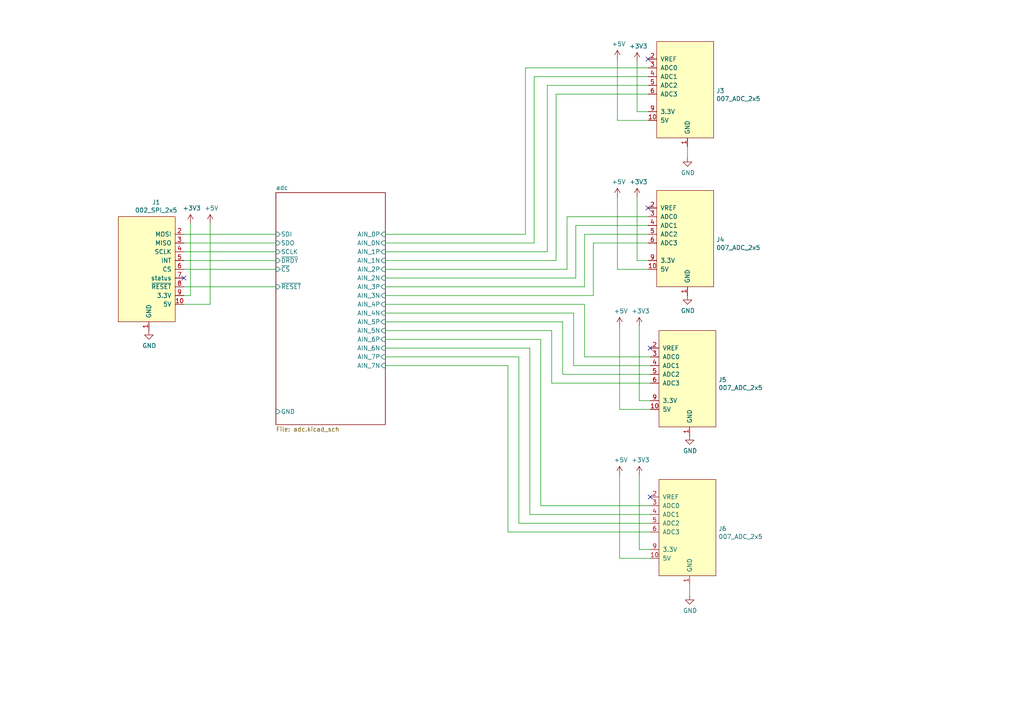
<source format=kicad_sch>
(kicad_sch (version 20211123) (generator eeschema)

  (uuid 71c31975-2c45-4d18-a25a-18e07a55d11e)

  (paper "A4")

  (lib_symbols
    (symbol "007_ADC_1" (pin_names (offset 1.016)) (in_bom yes) (on_board yes)
      (property "Reference" "J" (id 0) (at -2.54 13.97 0)
        (effects (font (size 1.27 1.27)))
      )
      (property "Value" "007_ADC_1" (id 1) (at 8.89 13.97 0)
        (effects (font (size 1.27 1.27)))
      )
      (property "Footprint" "" (id 2) (at 7.62 16.51 0)
        (effects (font (size 1.27 1.27)) hide)
      )
      (property "Datasheet" "" (id 3) (at 7.62 16.51 0)
        (effects (font (size 1.27 1.27)) hide)
      )
      (symbol "007_ADC_1_0_1"
        (rectangle (start -8.89 12.7) (end 7.62 -15.24)
          (stroke (width 0) (type default) (color 0 0 0 0))
          (fill (type background))
        )
      )
      (symbol "007_ADC_1_1_1"
        (pin power_in line (at 0 -17.78 90) (length 2.54)
          (name "GND" (effects (font (size 1.27 1.27))))
          (number "1" (effects (font (size 1.27 1.27))))
        )
        (pin bidirectional line (at -11.43 -10.16 0) (length 2.54)
          (name "5V" (effects (font (size 1.27 1.27))))
          (number "10" (effects (font (size 1.27 1.27))))
        )
        (pin bidirectional line (at -11.43 7.62 0) (length 2.54)
          (name "VREF" (effects (font (size 1.27 1.27))))
          (number "2" (effects (font (size 1.27 1.27))))
        )
        (pin power_in line (at -11.43 5.08 0) (length 2.54)
          (name "ADC0" (effects (font (size 1.27 1.27))))
          (number "3" (effects (font (size 1.27 1.27))))
        )
        (pin bidirectional line (at -11.43 2.54 0) (length 2.54)
          (name "ADC1" (effects (font (size 1.27 1.27))))
          (number "4" (effects (font (size 1.27 1.27))))
        )
        (pin bidirectional line (at -11.43 0 0) (length 2.54)
          (name "ADC2" (effects (font (size 1.27 1.27))))
          (number "5" (effects (font (size 1.27 1.27))))
        )
        (pin bidirectional line (at -11.43 -2.54 0) (length 2.54)
          (name "ADC3" (effects (font (size 1.27 1.27))))
          (number "6" (effects (font (size 1.27 1.27))))
        )
        (pin bidirectional line (at -11.43 -7.62 0) (length 2.54)
          (name "3.3V" (effects (font (size 1.27 1.27))))
          (number "9" (effects (font (size 1.27 1.27))))
        )
      )
    )
    (symbol "007_ADC_2" (pin_names (offset 1.016)) (in_bom yes) (on_board yes)
      (property "Reference" "J" (id 0) (at -2.54 13.97 0)
        (effects (font (size 1.27 1.27)))
      )
      (property "Value" "007_ADC_2" (id 1) (at 8.89 13.97 0)
        (effects (font (size 1.27 1.27)))
      )
      (property "Footprint" "" (id 2) (at 7.62 16.51 0)
        (effects (font (size 1.27 1.27)) hide)
      )
      (property "Datasheet" "" (id 3) (at 7.62 16.51 0)
        (effects (font (size 1.27 1.27)) hide)
      )
      (symbol "007_ADC_2_0_1"
        (rectangle (start -8.89 12.7) (end 7.62 -15.24)
          (stroke (width 0) (type default) (color 0 0 0 0))
          (fill (type background))
        )
      )
      (symbol "007_ADC_2_1_1"
        (pin power_in line (at 0 -17.78 90) (length 2.54)
          (name "GND" (effects (font (size 1.27 1.27))))
          (number "1" (effects (font (size 1.27 1.27))))
        )
        (pin bidirectional line (at -11.43 -10.16 0) (length 2.54)
          (name "5V" (effects (font (size 1.27 1.27))))
          (number "10" (effects (font (size 1.27 1.27))))
        )
        (pin bidirectional line (at -11.43 7.62 0) (length 2.54)
          (name "VREF" (effects (font (size 1.27 1.27))))
          (number "2" (effects (font (size 1.27 1.27))))
        )
        (pin power_in line (at -11.43 5.08 0) (length 2.54)
          (name "ADC0" (effects (font (size 1.27 1.27))))
          (number "3" (effects (font (size 1.27 1.27))))
        )
        (pin bidirectional line (at -11.43 2.54 0) (length 2.54)
          (name "ADC1" (effects (font (size 1.27 1.27))))
          (number "4" (effects (font (size 1.27 1.27))))
        )
        (pin bidirectional line (at -11.43 0 0) (length 2.54)
          (name "ADC2" (effects (font (size 1.27 1.27))))
          (number "5" (effects (font (size 1.27 1.27))))
        )
        (pin bidirectional line (at -11.43 -2.54 0) (length 2.54)
          (name "ADC3" (effects (font (size 1.27 1.27))))
          (number "6" (effects (font (size 1.27 1.27))))
        )
        (pin bidirectional line (at -11.43 -7.62 0) (length 2.54)
          (name "3.3V" (effects (font (size 1.27 1.27))))
          (number "9" (effects (font (size 1.27 1.27))))
        )
      )
    )
    (symbol "007_ADC_3" (pin_names (offset 1.016)) (in_bom yes) (on_board yes)
      (property "Reference" "J" (id 0) (at -2.54 13.97 0)
        (effects (font (size 1.27 1.27)))
      )
      (property "Value" "007_ADC_3" (id 1) (at 8.89 13.97 0)
        (effects (font (size 1.27 1.27)))
      )
      (property "Footprint" "" (id 2) (at 7.62 16.51 0)
        (effects (font (size 1.27 1.27)) hide)
      )
      (property "Datasheet" "" (id 3) (at 7.62 16.51 0)
        (effects (font (size 1.27 1.27)) hide)
      )
      (symbol "007_ADC_3_0_1"
        (rectangle (start -8.89 12.7) (end 7.62 -15.24)
          (stroke (width 0) (type default) (color 0 0 0 0))
          (fill (type background))
        )
      )
      (symbol "007_ADC_3_1_1"
        (pin power_in line (at 0 -17.78 90) (length 2.54)
          (name "GND" (effects (font (size 1.27 1.27))))
          (number "1" (effects (font (size 1.27 1.27))))
        )
        (pin bidirectional line (at -11.43 -10.16 0) (length 2.54)
          (name "5V" (effects (font (size 1.27 1.27))))
          (number "10" (effects (font (size 1.27 1.27))))
        )
        (pin bidirectional line (at -11.43 7.62 0) (length 2.54)
          (name "VREF" (effects (font (size 1.27 1.27))))
          (number "2" (effects (font (size 1.27 1.27))))
        )
        (pin power_in line (at -11.43 5.08 0) (length 2.54)
          (name "ADC0" (effects (font (size 1.27 1.27))))
          (number "3" (effects (font (size 1.27 1.27))))
        )
        (pin bidirectional line (at -11.43 2.54 0) (length 2.54)
          (name "ADC1" (effects (font (size 1.27 1.27))))
          (number "4" (effects (font (size 1.27 1.27))))
        )
        (pin bidirectional line (at -11.43 0 0) (length 2.54)
          (name "ADC2" (effects (font (size 1.27 1.27))))
          (number "5" (effects (font (size 1.27 1.27))))
        )
        (pin bidirectional line (at -11.43 -2.54 0) (length 2.54)
          (name "ADC3" (effects (font (size 1.27 1.27))))
          (number "6" (effects (font (size 1.27 1.27))))
        )
        (pin bidirectional line (at -11.43 -7.62 0) (length 2.54)
          (name "3.3V" (effects (font (size 1.27 1.27))))
          (number "9" (effects (font (size 1.27 1.27))))
        )
      )
    )
    (symbol "power:+3.3V" (power) (pin_names (offset 0)) (in_bom yes) (on_board yes)
      (property "Reference" "#PWR" (id 0) (at 0 -3.81 0)
        (effects (font (size 1.27 1.27)) hide)
      )
      (property "Value" "+3.3V" (id 1) (at 0 3.556 0)
        (effects (font (size 1.27 1.27)))
      )
      (property "Footprint" "" (id 2) (at 0 0 0)
        (effects (font (size 1.27 1.27)) hide)
      )
      (property "Datasheet" "" (id 3) (at 0 0 0)
        (effects (font (size 1.27 1.27)) hide)
      )
      (property "ki_keywords" "power-flag" (id 4) (at 0 0 0)
        (effects (font (size 1.27 1.27)) hide)
      )
      (property "ki_description" "Power symbol creates a global label with name \"+3.3V\"" (id 5) (at 0 0 0)
        (effects (font (size 1.27 1.27)) hide)
      )
      (symbol "+3.3V_0_1"
        (polyline
          (pts
            (xy -0.762 1.27)
            (xy 0 2.54)
          )
          (stroke (width 0) (type default) (color 0 0 0 0))
          (fill (type none))
        )
        (polyline
          (pts
            (xy 0 0)
            (xy 0 2.54)
          )
          (stroke (width 0) (type default) (color 0 0 0 0))
          (fill (type none))
        )
        (polyline
          (pts
            (xy 0 2.54)
            (xy 0.762 1.27)
          )
          (stroke (width 0) (type default) (color 0 0 0 0))
          (fill (type none))
        )
      )
      (symbol "+3.3V_1_1"
        (pin power_in line (at 0 0 90) (length 0) hide
          (name "+3V3" (effects (font (size 1.27 1.27))))
          (number "1" (effects (font (size 1.27 1.27))))
        )
      )
    )
    (symbol "power:+5V" (power) (pin_names (offset 0)) (in_bom yes) (on_board yes)
      (property "Reference" "#PWR" (id 0) (at 0 -3.81 0)
        (effects (font (size 1.27 1.27)) hide)
      )
      (property "Value" "+5V" (id 1) (at 0 3.556 0)
        (effects (font (size 1.27 1.27)))
      )
      (property "Footprint" "" (id 2) (at 0 0 0)
        (effects (font (size 1.27 1.27)) hide)
      )
      (property "Datasheet" "" (id 3) (at 0 0 0)
        (effects (font (size 1.27 1.27)) hide)
      )
      (property "ki_keywords" "power-flag" (id 4) (at 0 0 0)
        (effects (font (size 1.27 1.27)) hide)
      )
      (property "ki_description" "Power symbol creates a global label with name \"+5V\"" (id 5) (at 0 0 0)
        (effects (font (size 1.27 1.27)) hide)
      )
      (symbol "+5V_0_1"
        (polyline
          (pts
            (xy -0.762 1.27)
            (xy 0 2.54)
          )
          (stroke (width 0) (type default) (color 0 0 0 0))
          (fill (type none))
        )
        (polyline
          (pts
            (xy 0 0)
            (xy 0 2.54)
          )
          (stroke (width 0) (type default) (color 0 0 0 0))
          (fill (type none))
        )
        (polyline
          (pts
            (xy 0 2.54)
            (xy 0.762 1.27)
          )
          (stroke (width 0) (type default) (color 0 0 0 0))
          (fill (type none))
        )
      )
      (symbol "+5V_1_1"
        (pin power_in line (at 0 0 90) (length 0) hide
          (name "+5V" (effects (font (size 1.27 1.27))))
          (number "1" (effects (font (size 1.27 1.27))))
        )
      )
    )
    (symbol "power:GND" (power) (pin_names (offset 0)) (in_bom yes) (on_board yes)
      (property "Reference" "#PWR" (id 0) (at 0 -6.35 0)
        (effects (font (size 1.27 1.27)) hide)
      )
      (property "Value" "GND" (id 1) (at 0 -3.81 0)
        (effects (font (size 1.27 1.27)))
      )
      (property "Footprint" "" (id 2) (at 0 0 0)
        (effects (font (size 1.27 1.27)) hide)
      )
      (property "Datasheet" "" (id 3) (at 0 0 0)
        (effects (font (size 1.27 1.27)) hide)
      )
      (property "ki_keywords" "power-flag" (id 4) (at 0 0 0)
        (effects (font (size 1.27 1.27)) hide)
      )
      (property "ki_description" "Power symbol creates a global label with name \"GND\" , ground" (id 5) (at 0 0 0)
        (effects (font (size 1.27 1.27)) hide)
      )
      (symbol "GND_0_1"
        (polyline
          (pts
            (xy 0 0)
            (xy 0 -1.27)
            (xy 1.27 -1.27)
            (xy 0 -2.54)
            (xy -1.27 -1.27)
            (xy 0 -1.27)
          )
          (stroke (width 0) (type default) (color 0 0 0 0))
          (fill (type none))
        )
      )
      (symbol "GND_1_1"
        (pin power_in line (at 0 0 270) (length 0) hide
          (name "GND" (effects (font (size 1.27 1.27))))
          (number "1" (effects (font (size 1.27 1.27))))
        )
      )
    )
    (symbol "put_on_edge:002_SPI" (pin_names (offset 1.016)) (in_bom yes) (on_board yes)
      (property "Reference" "J" (id 0) (at -1.27 13.97 0)
        (effects (font (size 1.27 1.27)))
      )
      (property "Value" "002_SPI" (id 1) (at 10.16 13.97 0)
        (effects (font (size 1.27 1.27)))
      )
      (property "Footprint" "" (id 2) (at 8.89 16.51 0)
        (effects (font (size 1.27 1.27)) hide)
      )
      (property "Datasheet" "" (id 3) (at 8.89 16.51 0)
        (effects (font (size 1.27 1.27)) hide)
      )
      (symbol "002_SPI_0_1"
        (rectangle (start -7.62 12.7) (end 8.89 -17.78)
          (stroke (width 0) (type default) (color 0 0 0 0))
          (fill (type background))
        )
      )
      (symbol "002_SPI_1_1"
        (pin power_in line (at 0 -20.32 90) (length 2.54)
          (name "GND" (effects (font (size 1.27 1.27))))
          (number "1" (effects (font (size 1.27 1.27))))
        )
        (pin power_in line (at -10.16 -12.7 0) (length 2.54)
          (name "5V" (effects (font (size 1.27 1.27))))
          (number "10" (effects (font (size 1.27 1.27))))
        )
        (pin bidirectional line (at -10.16 7.62 0) (length 2.54)
          (name "MOSI" (effects (font (size 1.27 1.27))))
          (number "2" (effects (font (size 1.27 1.27))))
        )
        (pin bidirectional line (at -10.16 5.08 0) (length 2.54)
          (name "MISO" (effects (font (size 1.27 1.27))))
          (number "3" (effects (font (size 1.27 1.27))))
        )
        (pin bidirectional line (at -10.16 2.54 0) (length 2.54)
          (name "SCLK" (effects (font (size 1.27 1.27))))
          (number "4" (effects (font (size 1.27 1.27))))
        )
        (pin bidirectional line (at -10.16 0 0) (length 2.54)
          (name "INT" (effects (font (size 1.27 1.27))))
          (number "5" (effects (font (size 1.27 1.27))))
        )
        (pin bidirectional line (at -10.16 -2.54 0) (length 2.54)
          (name "CS" (effects (font (size 1.27 1.27))))
          (number "6" (effects (font (size 1.27 1.27))))
        )
        (pin bidirectional line (at -10.16 -5.08 0) (length 2.54)
          (name "status" (effects (font (size 1.27 1.27))))
          (number "7" (effects (font (size 1.27 1.27))))
        )
        (pin bidirectional line (at -10.16 -7.62 0) (length 2.54)
          (name "~{RESET}" (effects (font (size 1.27 1.27))))
          (number "8" (effects (font (size 1.27 1.27))))
        )
        (pin power_in line (at -10.16 -10.16 0) (length 2.54)
          (name "3.3V" (effects (font (size 1.27 1.27))))
          (number "9" (effects (font (size 1.27 1.27))))
        )
      )
    )
    (symbol "put_on_edge:007_ADC" (pin_names (offset 1.016)) (in_bom yes) (on_board yes)
      (property "Reference" "J" (id 0) (at -2.54 13.97 0)
        (effects (font (size 1.27 1.27)))
      )
      (property "Value" "007_ADC" (id 1) (at 8.89 13.97 0)
        (effects (font (size 1.27 1.27)))
      )
      (property "Footprint" "" (id 2) (at 7.62 16.51 0)
        (effects (font (size 1.27 1.27)) hide)
      )
      (property "Datasheet" "" (id 3) (at 7.62 16.51 0)
        (effects (font (size 1.27 1.27)) hide)
      )
      (symbol "007_ADC_0_1"
        (rectangle (start -8.89 12.7) (end 7.62 -15.24)
          (stroke (width 0) (type default) (color 0 0 0 0))
          (fill (type background))
        )
      )
      (symbol "007_ADC_1_1"
        (pin power_in line (at 0 -17.78 90) (length 2.54)
          (name "GND" (effects (font (size 1.27 1.27))))
          (number "1" (effects (font (size 1.27 1.27))))
        )
        (pin bidirectional line (at -11.43 -10.16 0) (length 2.54)
          (name "5V" (effects (font (size 1.27 1.27))))
          (number "10" (effects (font (size 1.27 1.27))))
        )
        (pin bidirectional line (at -11.43 7.62 0) (length 2.54)
          (name "VREF" (effects (font (size 1.27 1.27))))
          (number "2" (effects (font (size 1.27 1.27))))
        )
        (pin power_in line (at -11.43 5.08 0) (length 2.54)
          (name "ADC0" (effects (font (size 1.27 1.27))))
          (number "3" (effects (font (size 1.27 1.27))))
        )
        (pin bidirectional line (at -11.43 2.54 0) (length 2.54)
          (name "ADC1" (effects (font (size 1.27 1.27))))
          (number "4" (effects (font (size 1.27 1.27))))
        )
        (pin bidirectional line (at -11.43 0 0) (length 2.54)
          (name "ADC2" (effects (font (size 1.27 1.27))))
          (number "5" (effects (font (size 1.27 1.27))))
        )
        (pin bidirectional line (at -11.43 -2.54 0) (length 2.54)
          (name "ADC3" (effects (font (size 1.27 1.27))))
          (number "6" (effects (font (size 1.27 1.27))))
        )
        (pin bidirectional line (at -11.43 -7.62 0) (length 2.54)
          (name "3.3V" (effects (font (size 1.27 1.27))))
          (number "9" (effects (font (size 1.27 1.27))))
        )
      )
    )
  )


  (no_connect (at 53.34 80.645) (uuid 749dfe75-c0d6-4872-9330-29c5bbcb8ff8))
  (no_connect (at 188.595 144.145) (uuid 7dc880bc-e7eb-4cce-8d8c-0b65a9dd788e))
  (no_connect (at 188.595 100.965) (uuid 7e023245-2c2b-4e2b-bfb9-5d35176e88f2))
  (no_connect (at 187.96 17.145) (uuid 87d7448e-e139-4209-ae0b-372f805267da))
  (no_connect (at 187.96 60.325) (uuid 965308c8-e014-459a-b9db-b8493a601c62))

  (wire (pts (xy 111.76 95.885) (xy 160.02 95.885))
    (stroke (width 0) (type default) (color 0 0 0 0))
    (uuid 009a4fb4-fcc0-4623-ae5d-c1bae3219583)
  )
  (wire (pts (xy 179.705 137.795) (xy 179.705 161.925))
    (stroke (width 0) (type default) (color 0 0 0 0))
    (uuid 08a7c925-7fae-4530-b0c9-120e185cb318)
  )
  (wire (pts (xy 111.76 83.185) (xy 169.545 83.185))
    (stroke (width 0) (type default) (color 0 0 0 0))
    (uuid 0ce8d3ab-2662-4158-8a2a-18b782908fc5)
  )
  (wire (pts (xy 167.005 80.645) (xy 167.005 65.405))
    (stroke (width 0) (type default) (color 0 0 0 0))
    (uuid 0e8f7fc0-2ef2-4b90-9c15-8a3a601ee459)
  )
  (wire (pts (xy 53.34 85.725) (xy 55.245 85.725))
    (stroke (width 0) (type default) (color 0 0 0 0))
    (uuid 0f22151c-f260-4674-b486-4710a2c42a55)
  )
  (wire (pts (xy 185.42 94.615) (xy 185.42 116.205))
    (stroke (width 0) (type default) (color 0 0 0 0))
    (uuid 13c0ff76-ed71-4cd9-abb0-92c376825d5d)
  )
  (wire (pts (xy 179.07 57.15) (xy 179.07 78.105))
    (stroke (width 0) (type default) (color 0 0 0 0))
    (uuid 14769dc5-8525-4984-8b15-a734ee247efa)
  )
  (wire (pts (xy 179.07 17.145) (xy 179.07 34.925))
    (stroke (width 0) (type default) (color 0 0 0 0))
    (uuid 15fe8f3d-6077-4e0e-81d0-8ec3f4538981)
  )
  (wire (pts (xy 111.76 93.345) (xy 163.195 93.345))
    (stroke (width 0) (type default) (color 0 0 0 0))
    (uuid 173f6f06-e7d0-42ac-ab03-ce6b79b9eeee)
  )
  (wire (pts (xy 53.34 88.265) (xy 60.96 88.265))
    (stroke (width 0) (type default) (color 0 0 0 0))
    (uuid 1831fb37-1c5d-42c4-b898-151be6fca9dc)
  )
  (wire (pts (xy 179.07 78.105) (xy 187.96 78.105))
    (stroke (width 0) (type default) (color 0 0 0 0))
    (uuid 19c56563-5fe3-442a-885b-418dbc2421eb)
  )
  (wire (pts (xy 200.025 169.545) (xy 200.025 172.72))
    (stroke (width 0) (type default) (color 0 0 0 0))
    (uuid 1bf544e3-5940-4576-9291-2464e95c0ee2)
  )
  (wire (pts (xy 158.75 24.765) (xy 187.96 24.765))
    (stroke (width 0) (type default) (color 0 0 0 0))
    (uuid 2004ca2e-b5f1-4e5e-91f6-de757d1aa223)
  )
  (wire (pts (xy 154.94 22.225) (xy 187.96 22.225))
    (stroke (width 0) (type default) (color 0 0 0 0))
    (uuid 20c315f4-1e4f-49aa-8d61-778a7389df7e)
  )
  (wire (pts (xy 184.785 57.15) (xy 184.785 75.565))
    (stroke (width 0) (type default) (color 0 0 0 0))
    (uuid 21ae9c3a-7138-444e-be38-56a4842ab594)
  )
  (wire (pts (xy 150.495 103.505) (xy 150.495 151.765))
    (stroke (width 0) (type default) (color 0 0 0 0))
    (uuid 22999e73-da32-43a5-9163-4b3a41614f25)
  )
  (wire (pts (xy 53.34 83.185) (xy 80.01 83.185))
    (stroke (width 0) (type default) (color 0 0 0 0))
    (uuid 25e5aa8e-2696-44a3-8d3c-c2c53f2923cf)
  )
  (wire (pts (xy 172.085 70.485) (xy 187.96 70.485))
    (stroke (width 0) (type default) (color 0 0 0 0))
    (uuid 262533e8-01a2-497f-b951-d91ec9b6affa)
  )
  (wire (pts (xy 156.845 98.425) (xy 156.845 146.685))
    (stroke (width 0) (type default) (color 0 0 0 0))
    (uuid 262f1ea9-0133-4b43-be36-456207ea857c)
  )
  (wire (pts (xy 172.085 85.725) (xy 172.085 70.485))
    (stroke (width 0) (type default) (color 0 0 0 0))
    (uuid 2be5dceb-d91c-4f91-9bde-e677a89d4a60)
  )
  (wire (pts (xy 111.76 85.725) (xy 172.085 85.725))
    (stroke (width 0) (type default) (color 0 0 0 0))
    (uuid 2dc54bac-8640-4dd7-b8ed-3c7acb01a8ea)
  )
  (wire (pts (xy 166.37 106.045) (xy 188.595 106.045))
    (stroke (width 0) (type default) (color 0 0 0 0))
    (uuid 2e842263-c0ba-46fd-a760-6624d4c78278)
  )
  (wire (pts (xy 169.545 88.265) (xy 169.545 103.505))
    (stroke (width 0) (type default) (color 0 0 0 0))
    (uuid 309b3bff-19c8-41ec-a84d-63399c649f46)
  )
  (wire (pts (xy 179.705 94.615) (xy 179.705 118.745))
    (stroke (width 0) (type default) (color 0 0 0 0))
    (uuid 378af8b4-af3d-46e7-89ae-deff12ca9067)
  )
  (wire (pts (xy 111.76 106.045) (xy 147.32 106.045))
    (stroke (width 0) (type default) (color 0 0 0 0))
    (uuid 37f31dec-63fc-4634-a141-5dc5d2b60fe4)
  )
  (wire (pts (xy 164.465 62.865) (xy 187.96 62.865))
    (stroke (width 0) (type default) (color 0 0 0 0))
    (uuid 382ca670-6ae8-4de6-90f9-f241d1337171)
  )
  (wire (pts (xy 169.545 83.185) (xy 169.545 67.945))
    (stroke (width 0) (type default) (color 0 0 0 0))
    (uuid 3df44d49-f5e9-4339-9cef-7757713748ef)
  )
  (wire (pts (xy 188.595 151.765) (xy 150.495 151.765))
    (stroke (width 0) (type default) (color 0 0 0 0))
    (uuid 3ff7dd96-621c-4a88-987a-6befb4074700)
  )
  (wire (pts (xy 147.32 106.045) (xy 147.32 154.305))
    (stroke (width 0) (type default) (color 0 0 0 0))
    (uuid 40b14a16-fb82-4b9d-89dd-55cd98abb5cc)
  )
  (wire (pts (xy 199.39 42.545) (xy 199.39 45.72))
    (stroke (width 0) (type default) (color 0 0 0 0))
    (uuid 41acfe41-fac7-432a-a7a3-946566e2d504)
  )
  (wire (pts (xy 163.195 93.345) (xy 163.195 108.585))
    (stroke (width 0) (type default) (color 0 0 0 0))
    (uuid 4632212f-13ce-4392-bc68-ccb9ba333770)
  )
  (wire (pts (xy 188.595 103.505) (xy 169.545 103.505))
    (stroke (width 0) (type default) (color 0 0 0 0))
    (uuid 4780a290-d25c-4459-9579-eba3f7678762)
  )
  (wire (pts (xy 179.705 161.925) (xy 188.595 161.925))
    (stroke (width 0) (type default) (color 0 0 0 0))
    (uuid 4a4ec8d9-3d72-4952-83d4-808f65849a2b)
  )
  (wire (pts (xy 161.29 75.565) (xy 161.29 27.305))
    (stroke (width 0) (type default) (color 0 0 0 0))
    (uuid 554c1bc3-0ea3-4ae2-8dc8-2839facdc6c8)
  )
  (wire (pts (xy 161.29 27.305) (xy 187.96 27.305))
    (stroke (width 0) (type default) (color 0 0 0 0))
    (uuid 5572515b-b403-42a4-8cca-7cc6857a5cf2)
  )
  (wire (pts (xy 111.76 78.105) (xy 164.465 78.105))
    (stroke (width 0) (type default) (color 0 0 0 0))
    (uuid 5cf2db29-f7ab-499a-9907-cdeba64bf0f3)
  )
  (wire (pts (xy 53.34 70.485) (xy 80.01 70.485))
    (stroke (width 0) (type default) (color 0 0 0 0))
    (uuid 609b9e1b-4e3b-42b7-ac76-a62ec4d0e7c7)
  )
  (wire (pts (xy 80.01 75.565) (xy 53.34 75.565))
    (stroke (width 0) (type default) (color 0 0 0 0))
    (uuid 6bf05d19-ba3e-4ba6-8a6f-4e0bc45ea3b2)
  )
  (wire (pts (xy 150.495 103.505) (xy 111.76 103.505))
    (stroke (width 0) (type default) (color 0 0 0 0))
    (uuid 6e68f0cd-800e-4167-9553-71fc59da1eeb)
  )
  (wire (pts (xy 111.76 75.565) (xy 161.29 75.565))
    (stroke (width 0) (type default) (color 0 0 0 0))
    (uuid 70fb572d-d5ec-41e7-9482-63d4578b4f47)
  )
  (wire (pts (xy 188.595 154.305) (xy 147.32 154.305))
    (stroke (width 0) (type default) (color 0 0 0 0))
    (uuid 748a3187-8cda-4b28-8bf8-16a0acbb0c60)
  )
  (wire (pts (xy 154.94 70.485) (xy 154.94 22.225))
    (stroke (width 0) (type default) (color 0 0 0 0))
    (uuid 7a4ce4b3-518a-4819-b8b2-5127b3347c64)
  )
  (wire (pts (xy 80.01 67.945) (xy 53.34 67.945))
    (stroke (width 0) (type default) (color 0 0 0 0))
    (uuid 7afa54c4-2181-41d3-81f7-39efc497ecae)
  )
  (wire (pts (xy 111.76 73.025) (xy 158.75 73.025))
    (stroke (width 0) (type default) (color 0 0 0 0))
    (uuid 7e0a03ae-d054-4f76-a131-5c09b8dc1636)
  )
  (wire (pts (xy 179.07 34.925) (xy 187.96 34.925))
    (stroke (width 0) (type default) (color 0 0 0 0))
    (uuid 814763c2-92e5-4a2c-941c-9bbd073f6e87)
  )
  (wire (pts (xy 153.67 100.965) (xy 153.67 149.225))
    (stroke (width 0) (type default) (color 0 0 0 0))
    (uuid 81a15393-727e-448b-a777-b18773023d89)
  )
  (wire (pts (xy 184.785 32.385) (xy 187.96 32.385))
    (stroke (width 0) (type default) (color 0 0 0 0))
    (uuid 82be7aae-5d06-4178-8c3e-98760c41b054)
  )
  (wire (pts (xy 60.96 64.77) (xy 60.96 88.265))
    (stroke (width 0) (type default) (color 0 0 0 0))
    (uuid 87371631-aa02-498a-998a-09bdb74784c1)
  )
  (wire (pts (xy 188.595 146.685) (xy 156.845 146.685))
    (stroke (width 0) (type default) (color 0 0 0 0))
    (uuid 8814c6a6-892f-4e5a-8bae-739513a47866)
  )
  (wire (pts (xy 166.37 90.805) (xy 166.37 106.045))
    (stroke (width 0) (type default) (color 0 0 0 0))
    (uuid 8c0807a7-765b-4fa5-baaa-e09a2b610e6b)
  )
  (wire (pts (xy 111.76 100.965) (xy 153.67 100.965))
    (stroke (width 0) (type default) (color 0 0 0 0))
    (uuid 91c1eb0a-67ae-4ef0-95ce-d060a03a7313)
  )
  (wire (pts (xy 188.595 149.225) (xy 153.67 149.225))
    (stroke (width 0) (type default) (color 0 0 0 0))
    (uuid 9372d45d-6185-44b6-837f-31f346092cf3)
  )
  (wire (pts (xy 163.195 108.585) (xy 188.595 108.585))
    (stroke (width 0) (type default) (color 0 0 0 0))
    (uuid 97492417-11a4-43a2-a17d-2a377e9cd41d)
  )
  (wire (pts (xy 160.02 111.125) (xy 188.595 111.125))
    (stroke (width 0) (type default) (color 0 0 0 0))
    (uuid 9c782d89-cac4-4860-9f43-3f7b7cd6027c)
  )
  (wire (pts (xy 179.705 118.745) (xy 188.595 118.745))
    (stroke (width 0) (type default) (color 0 0 0 0))
    (uuid a27eb049-c992-4f11-a026-1e6a8d9d0160)
  )
  (wire (pts (xy 152.4 19.685) (xy 187.96 19.685))
    (stroke (width 0) (type default) (color 0 0 0 0))
    (uuid a6b7df29-bcf8-46a9-b623-7eaac47f5110)
  )
  (wire (pts (xy 111.76 70.485) (xy 154.94 70.485))
    (stroke (width 0) (type default) (color 0 0 0 0))
    (uuid a9b3f6e4-7a6d-4ae8-ad28-3d8458e0ca1a)
  )
  (wire (pts (xy 167.005 65.405) (xy 187.96 65.405))
    (stroke (width 0) (type default) (color 0 0 0 0))
    (uuid b0906e10-2fbc-4309-a8b4-6fc4cd1a5490)
  )
  (wire (pts (xy 53.34 78.105) (xy 80.01 78.105))
    (stroke (width 0) (type default) (color 0 0 0 0))
    (uuid b7867831-ef82-4f33-a926-59e5c1c09b91)
  )
  (wire (pts (xy 111.76 88.265) (xy 169.545 88.265))
    (stroke (width 0) (type default) (color 0 0 0 0))
    (uuid bd9595a1-04f3-4fda-8f1b-e65ad874edd3)
  )
  (wire (pts (xy 156.845 98.425) (xy 111.76 98.425))
    (stroke (width 0) (type default) (color 0 0 0 0))
    (uuid c1c799a0-3c93-493a-9ad7-8a0561bc69ee)
  )
  (wire (pts (xy 184.785 75.565) (xy 187.96 75.565))
    (stroke (width 0) (type default) (color 0 0 0 0))
    (uuid c7e7067c-5f5e-48d8-ab59-df26f9b35863)
  )
  (wire (pts (xy 185.42 137.795) (xy 185.42 159.385))
    (stroke (width 0) (type default) (color 0 0 0 0))
    (uuid cbd8faed-e1f8-4406-87c8-58b2c504a5d4)
  )
  (wire (pts (xy 111.76 90.805) (xy 166.37 90.805))
    (stroke (width 0) (type default) (color 0 0 0 0))
    (uuid cf386a39-fc62-49dd-8ec5-e044f6bd67ce)
  )
  (wire (pts (xy 158.75 73.025) (xy 158.75 24.765))
    (stroke (width 0) (type default) (color 0 0 0 0))
    (uuid d5ee60c2-2bbe-430c-bd8c-cb03c0fabacd)
  )
  (wire (pts (xy 152.4 67.945) (xy 152.4 19.685))
    (stroke (width 0) (type default) (color 0 0 0 0))
    (uuid d9c6d5d2-0b49-49ba-a970-cd2c32f74c54)
  )
  (wire (pts (xy 111.76 67.945) (xy 152.4 67.945))
    (stroke (width 0) (type default) (color 0 0 0 0))
    (uuid e1535036-5d36-405f-bb86-3819621c4f23)
  )
  (wire (pts (xy 169.545 67.945) (xy 187.96 67.945))
    (stroke (width 0) (type default) (color 0 0 0 0))
    (uuid e2ef38cd-830a-443b-82f8-93bf6b475a10)
  )
  (wire (pts (xy 80.01 73.025) (xy 53.34 73.025))
    (stroke (width 0) (type default) (color 0 0 0 0))
    (uuid e54e5e19-1deb-49a9-8629-617db8e434c0)
  )
  (wire (pts (xy 184.785 17.78) (xy 184.785 32.385))
    (stroke (width 0) (type default) (color 0 0 0 0))
    (uuid e65b62be-e01b-4688-a999-1d1be370c4ae)
  )
  (wire (pts (xy 111.76 80.645) (xy 167.005 80.645))
    (stroke (width 0) (type default) (color 0 0 0 0))
    (uuid eae0ab9f-65b2-44d3-aba7-873c3227fba7)
  )
  (wire (pts (xy 185.42 159.385) (xy 188.595 159.385))
    (stroke (width 0) (type default) (color 0 0 0 0))
    (uuid f2c93195-af12-4d3e-acdf-bdd0ff675c24)
  )
  (wire (pts (xy 55.245 85.725) (xy 55.245 64.77))
    (stroke (width 0) (type default) (color 0 0 0 0))
    (uuid fe8d9267-7834-48d6-a191-c8724b2ee78d)
  )
  (wire (pts (xy 164.465 78.105) (xy 164.465 62.865))
    (stroke (width 0) (type default) (color 0 0 0 0))
    (uuid feb26ecb-9193-46ea-a41b-d09305bf0a3e)
  )
  (wire (pts (xy 160.02 111.125) (xy 160.02 95.885))
    (stroke (width 0) (type default) (color 0 0 0 0))
    (uuid ff7fe37e-fcb9-40c5-85f0-dfe0cdc0b7ef)
  )
  (wire (pts (xy 185.42 116.205) (xy 188.595 116.205))
    (stroke (width 0) (type default) (color 0 0 0 0))
    (uuid ffd175d1-912a-4224-be1e-a8198680f46b)
  )

  (symbol (lib_id "put_on_edge:002_SPI") (at 43.18 75.565 0) (mirror y) (unit 1)
    (in_bom yes) (on_board yes)
    (uuid 00000000-0000-0000-0000-00006033e642)
    (property "Reference" "J1" (id 0) (at 45.2882 58.674 0))
    (property "Value" "002_SPI_2x5" (id 1) (at 45.2882 60.9854 0))
    (property "Footprint" "on_edge:on_edge_2x05_device" (id 2) (at 35.56 59.055 0)
      (effects (font (size 1.27 1.27)) hide)
    )
    (property "Datasheet" "" (id 3) (at 35.56 59.055 0)
      (effects (font (size 1.27 1.27)) hide)
    )
    (pin "1" (uuid 7931e14d-0f8a-48dd-af81-a81fc33ba14f))
    (pin "10" (uuid 6b8d8796-1d93-4e72-95b3-0f9d0c445516))
    (pin "2" (uuid c31973ca-eb40-463b-8989-2eb6cc34d55e))
    (pin "3" (uuid 08d407f1-c83b-4194-844f-657b3f825472))
    (pin "4" (uuid a3b2628b-0a49-4505-aab9-3578401a32e8))
    (pin "5" (uuid c7ea0ab0-3d2d-4f22-9f3f-d72a32830583))
    (pin "6" (uuid bbe04b4a-dd0d-468c-a9c6-e59063d79efb))
    (pin "7" (uuid 1d3d8e66-ef08-4709-96dd-791c654c3b96))
    (pin "8" (uuid c0845bd9-22c7-43b4-932c-417a801bd84f))
    (pin "9" (uuid ef432a62-c6c5-47d6-9b94-ba37042e0f7e))
  )

  (symbol (lib_id "power:+5V") (at 60.96 64.77 0) (unit 1)
    (in_bom yes) (on_board yes)
    (uuid 00000000-0000-0000-0000-000060344b94)
    (property "Reference" "#PWR0101" (id 0) (at 60.96 68.58 0)
      (effects (font (size 1.27 1.27)) hide)
    )
    (property "Value" "+5V" (id 1) (at 61.341 60.3758 0))
    (property "Footprint" "" (id 2) (at 60.96 64.77 0)
      (effects (font (size 1.27 1.27)) hide)
    )
    (property "Datasheet" "" (id 3) (at 60.96 64.77 0)
      (effects (font (size 1.27 1.27)) hide)
    )
    (pin "1" (uuid bef92831-e34d-407c-9216-924054fb90fd))
  )

  (symbol (lib_id "power:GND") (at 43.18 95.885 0) (unit 1)
    (in_bom yes) (on_board yes)
    (uuid 00000000-0000-0000-0000-00006034628a)
    (property "Reference" "#PWR0103" (id 0) (at 43.18 102.235 0)
      (effects (font (size 1.27 1.27)) hide)
    )
    (property "Value" "GND" (id 1) (at 43.307 100.2792 0))
    (property "Footprint" "" (id 2) (at 43.18 95.885 0)
      (effects (font (size 1.27 1.27)) hide)
    )
    (property "Datasheet" "" (id 3) (at 43.18 95.885 0)
      (effects (font (size 1.27 1.27)) hide)
    )
    (pin "1" (uuid d9a67ef6-2743-4b61-9ba1-307cb1b078b1))
  )

  (symbol (lib_id "power:+3.3V") (at 55.245 64.77 0) (unit 1)
    (in_bom yes) (on_board yes)
    (uuid 00000000-0000-0000-0000-00006034d46a)
    (property "Reference" "#PWR0114" (id 0) (at 55.245 68.58 0)
      (effects (font (size 1.27 1.27)) hide)
    )
    (property "Value" "+3.3V" (id 1) (at 55.626 60.3758 0))
    (property "Footprint" "" (id 2) (at 55.245 64.77 0)
      (effects (font (size 1.27 1.27)) hide)
    )
    (property "Datasheet" "" (id 3) (at 55.245 64.77 0)
      (effects (font (size 1.27 1.27)) hide)
    )
    (pin "1" (uuid af24dc04-a015-475f-8375-9ed80026f65a))
  )

  (symbol (lib_id "power:GND") (at 200.025 172.72 0) (unit 1)
    (in_bom yes) (on_board yes)
    (uuid 00000000-0000-0000-0000-0000609923bf)
    (property "Reference" "#PWR0119" (id 0) (at 200.025 179.07 0)
      (effects (font (size 1.27 1.27)) hide)
    )
    (property "Value" "GND" (id 1) (at 200.152 177.1142 0))
    (property "Footprint" "" (id 2) (at 200.025 172.72 0)
      (effects (font (size 1.27 1.27)) hide)
    )
    (property "Datasheet" "" (id 3) (at 200.025 172.72 0)
      (effects (font (size 1.27 1.27)) hide)
    )
    (pin "1" (uuid e3c9529e-be6d-434c-8c6a-20936d2acf17))
  )

  (symbol (lib_name "007_ADC_1") (lib_id "put_on_edge:007_ADC") (at 200.025 151.765 0) (unit 1)
    (in_bom yes) (on_board yes)
    (uuid 00000000-0000-0000-0000-0000609923c6)
    (property "Reference" "J6" (id 0) (at 208.3562 153.3398 0)
      (effects (font (size 1.27 1.27)) (justify left))
    )
    (property "Value" "007_ADC_2x5" (id 1) (at 208.3562 155.6512 0)
      (effects (font (size 1.27 1.27)) (justify left))
    )
    (property "Footprint" "on_edge:on_edge_2x05_host" (id 2) (at 207.645 135.255 0)
      (effects (font (size 1.27 1.27)) hide)
    )
    (property "Datasheet" "" (id 3) (at 207.645 135.255 0)
      (effects (font (size 1.27 1.27)) hide)
    )
    (pin "1" (uuid 1dd52c0d-fca4-40e3-a66e-63a630188b65))
    (pin "10" (uuid 9dc32a67-05ab-4884-800f-8838879e9e2e))
    (pin "2" (uuid 86174a0c-a5c5-4fe8-938e-6977ec3c9ae0))
    (pin "3" (uuid cb220892-4b2a-4d01-b1ad-c0ba13ac65eb))
    (pin "4" (uuid 4f106ff8-2030-4763-94ba-b1802af46823))
    (pin "5" (uuid 1b52a85f-b15f-4c4d-ab80-4ac1d5208a46))
    (pin "6" (uuid 4bff636d-052c-438c-8f4e-729ee9ca63d5))
    (pin "9" (uuid 21139fd5-2600-4f3b-8ffa-de1972f9dc50))
  )

  (symbol (lib_id "power:+5V") (at 179.705 137.795 0) (unit 1)
    (in_bom yes) (on_board yes)
    (uuid 00000000-0000-0000-0000-0000609923ce)
    (property "Reference" "#PWR0120" (id 0) (at 179.705 141.605 0)
      (effects (font (size 1.27 1.27)) hide)
    )
    (property "Value" "+5V" (id 1) (at 180.086 133.4008 0))
    (property "Footprint" "" (id 2) (at 179.705 137.795 0)
      (effects (font (size 1.27 1.27)) hide)
    )
    (property "Datasheet" "" (id 3) (at 179.705 137.795 0)
      (effects (font (size 1.27 1.27)) hide)
    )
    (pin "1" (uuid c041a134-20b2-4eac-be88-62b3ffe12216))
  )

  (symbol (lib_id "power:+3.3V") (at 185.42 137.795 0) (unit 1)
    (in_bom yes) (on_board yes)
    (uuid 00000000-0000-0000-0000-0000609923d4)
    (property "Reference" "#PWR0121" (id 0) (at 185.42 141.605 0)
      (effects (font (size 1.27 1.27)) hide)
    )
    (property "Value" "+3.3V" (id 1) (at 185.801 133.4008 0))
    (property "Footprint" "" (id 2) (at 185.42 137.795 0)
      (effects (font (size 1.27 1.27)) hide)
    )
    (property "Datasheet" "" (id 3) (at 185.42 137.795 0)
      (effects (font (size 1.27 1.27)) hide)
    )
    (pin "1" (uuid ff4b78e8-3faf-4eb9-9fe0-21700ddb7f5a))
  )

  (symbol (lib_id "power:GND") (at 200.025 126.365 0) (unit 1)
    (in_bom yes) (on_board yes)
    (uuid 00000000-0000-0000-0000-000060997240)
    (property "Reference" "#PWR0125" (id 0) (at 200.025 132.715 0)
      (effects (font (size 1.27 1.27)) hide)
    )
    (property "Value" "GND" (id 1) (at 200.152 130.7592 0))
    (property "Footprint" "" (id 2) (at 200.025 126.365 0)
      (effects (font (size 1.27 1.27)) hide)
    )
    (property "Datasheet" "" (id 3) (at 200.025 126.365 0)
      (effects (font (size 1.27 1.27)) hide)
    )
    (pin "1" (uuid 7109bfe0-a86f-4bf2-a941-9ad86f3a1b63))
  )

  (symbol (lib_name "007_ADC_2") (lib_id "put_on_edge:007_ADC") (at 200.025 108.585 0) (unit 1)
    (in_bom yes) (on_board yes)
    (uuid 00000000-0000-0000-0000-000060997247)
    (property "Reference" "J5" (id 0) (at 208.3562 110.1598 0)
      (effects (font (size 1.27 1.27)) (justify left))
    )
    (property "Value" "007_ADC_2x5" (id 1) (at 208.3562 112.4712 0)
      (effects (font (size 1.27 1.27)) (justify left))
    )
    (property "Footprint" "on_edge:on_edge_2x05_host" (id 2) (at 207.645 92.075 0)
      (effects (font (size 1.27 1.27)) hide)
    )
    (property "Datasheet" "" (id 3) (at 207.645 92.075 0)
      (effects (font (size 1.27 1.27)) hide)
    )
    (pin "1" (uuid c095e791-9e01-48ed-86f7-c480444cf93e))
    (pin "10" (uuid 2ff51a0d-852e-4b39-aded-aee9673009de))
    (pin "2" (uuid a4e22a47-8081-427b-a284-fdb057c6b905))
    (pin "3" (uuid c0aaa70c-2395-4a81-b073-0153c71920cd))
    (pin "4" (uuid d2f04405-65c1-4258-934f-0b1cdd01c737))
    (pin "5" (uuid 88eef936-1f0f-4edd-ae08-0bed3ac43967))
    (pin "6" (uuid 1b09e8af-b104-4bf4-88b1-ae5d3b5fbb54))
    (pin "9" (uuid daaa47fe-ebee-44b4-a9fc-7610998e5ed1))
  )

  (symbol (lib_id "power:+5V") (at 179.705 94.615 0) (unit 1)
    (in_bom yes) (on_board yes)
    (uuid 00000000-0000-0000-0000-00006099724f)
    (property "Reference" "#PWR0126" (id 0) (at 179.705 98.425 0)
      (effects (font (size 1.27 1.27)) hide)
    )
    (property "Value" "+5V" (id 1) (at 180.086 90.2208 0))
    (property "Footprint" "" (id 2) (at 179.705 94.615 0)
      (effects (font (size 1.27 1.27)) hide)
    )
    (property "Datasheet" "" (id 3) (at 179.705 94.615 0)
      (effects (font (size 1.27 1.27)) hide)
    )
    (pin "1" (uuid f1412478-1a32-49f8-84a1-b9b263169575))
  )

  (symbol (lib_id "power:+3.3V") (at 185.42 94.615 0) (unit 1)
    (in_bom yes) (on_board yes)
    (uuid 00000000-0000-0000-0000-000060997255)
    (property "Reference" "#PWR0127" (id 0) (at 185.42 98.425 0)
      (effects (font (size 1.27 1.27)) hide)
    )
    (property "Value" "+3.3V" (id 1) (at 185.801 90.2208 0))
    (property "Footprint" "" (id 2) (at 185.42 94.615 0)
      (effects (font (size 1.27 1.27)) hide)
    )
    (property "Datasheet" "" (id 3) (at 185.42 94.615 0)
      (effects (font (size 1.27 1.27)) hide)
    )
    (pin "1" (uuid 40dd7085-da12-41b9-b892-bfa7bf4f1386))
  )

  (symbol (lib_id "power:GND") (at 199.39 85.725 0) (unit 1)
    (in_bom yes) (on_board yes)
    (uuid 00000000-0000-0000-0000-0000609aad6a)
    (property "Reference" "#PWR0131" (id 0) (at 199.39 92.075 0)
      (effects (font (size 1.27 1.27)) hide)
    )
    (property "Value" "GND" (id 1) (at 199.517 90.1192 0))
    (property "Footprint" "" (id 2) (at 199.39 85.725 0)
      (effects (font (size 1.27 1.27)) hide)
    )
    (property "Datasheet" "" (id 3) (at 199.39 85.725 0)
      (effects (font (size 1.27 1.27)) hide)
    )
    (pin "1" (uuid 9d9006b1-c0da-4488-b6c4-3bf750600acd))
  )

  (symbol (lib_id "put_on_edge:007_ADC") (at 199.39 67.945 0) (unit 1)
    (in_bom yes) (on_board yes)
    (uuid 00000000-0000-0000-0000-0000609aad71)
    (property "Reference" "J4" (id 0) (at 207.7212 69.5198 0)
      (effects (font (size 1.27 1.27)) (justify left))
    )
    (property "Value" "007_ADC_2x5" (id 1) (at 207.7212 71.8312 0)
      (effects (font (size 1.27 1.27)) (justify left))
    )
    (property "Footprint" "on_edge:on_edge_2x05_host" (id 2) (at 207.01 51.435 0)
      (effects (font (size 1.27 1.27)) hide)
    )
    (property "Datasheet" "" (id 3) (at 207.01 51.435 0)
      (effects (font (size 1.27 1.27)) hide)
    )
    (pin "1" (uuid 707f604a-7f3f-405f-8b89-2e17dbf94ec1))
    (pin "10" (uuid 68ba3686-54f3-42b1-847b-d7576a207bac))
    (pin "2" (uuid 17a37dc2-1fc7-4198-bc2d-40147f9021f4))
    (pin "3" (uuid f2eeb289-74f8-46da-801f-0aafb6af9995))
    (pin "4" (uuid 2251a3c2-fb48-4ef6-9776-e36c07a3aa92))
    (pin "5" (uuid b287663f-61be-4819-9523-1331a964301e))
    (pin "6" (uuid 4f02a351-9568-48f2-b04f-076667160b2f))
    (pin "9" (uuid 95f28955-d4ce-4605-8aac-5b414b25ef4e))
  )

  (symbol (lib_id "power:+5V") (at 179.07 57.15 0) (unit 1)
    (in_bom yes) (on_board yes)
    (uuid 00000000-0000-0000-0000-0000609aad79)
    (property "Reference" "#PWR0132" (id 0) (at 179.07 60.96 0)
      (effects (font (size 1.27 1.27)) hide)
    )
    (property "Value" "+5V" (id 1) (at 179.451 52.7558 0))
    (property "Footprint" "" (id 2) (at 179.07 57.15 0)
      (effects (font (size 1.27 1.27)) hide)
    )
    (property "Datasheet" "" (id 3) (at 179.07 57.15 0)
      (effects (font (size 1.27 1.27)) hide)
    )
    (pin "1" (uuid 6c347053-8fc9-4fd0-999a-80cd1d05ea04))
  )

  (symbol (lib_id "power:+3.3V") (at 184.785 57.15 0) (unit 1)
    (in_bom yes) (on_board yes)
    (uuid 00000000-0000-0000-0000-0000609aad7f)
    (property "Reference" "#PWR0133" (id 0) (at 184.785 60.96 0)
      (effects (font (size 1.27 1.27)) hide)
    )
    (property "Value" "+3.3V" (id 1) (at 185.166 52.7558 0))
    (property "Footprint" "" (id 2) (at 184.785 57.15 0)
      (effects (font (size 1.27 1.27)) hide)
    )
    (property "Datasheet" "" (id 3) (at 184.785 57.15 0)
      (effects (font (size 1.27 1.27)) hide)
    )
    (pin "1" (uuid 72e72cc1-10bf-4bad-8b18-04e994c8c31d))
  )

  (symbol (lib_id "power:GND") (at 199.39 45.72 0) (unit 1)
    (in_bom yes) (on_board yes)
    (uuid 00000000-0000-0000-0000-0000609aadae)
    (property "Reference" "#PWR0137" (id 0) (at 199.39 52.07 0)
      (effects (font (size 1.27 1.27)) hide)
    )
    (property "Value" "GND" (id 1) (at 199.517 50.1142 0))
    (property "Footprint" "" (id 2) (at 199.39 45.72 0)
      (effects (font (size 1.27 1.27)) hide)
    )
    (property "Datasheet" "" (id 3) (at 199.39 45.72 0)
      (effects (font (size 1.27 1.27)) hide)
    )
    (pin "1" (uuid ab444bc9-d57b-4747-8ef6-d78764df7a8c))
  )

  (symbol (lib_name "007_ADC_3") (lib_id "put_on_edge:007_ADC") (at 199.39 24.765 0) (unit 1)
    (in_bom yes) (on_board yes)
    (uuid 00000000-0000-0000-0000-0000609aadb5)
    (property "Reference" "J3" (id 0) (at 207.7212 26.3398 0)
      (effects (font (size 1.27 1.27)) (justify left))
    )
    (property "Value" "007_ADC_2x5" (id 1) (at 207.7212 28.6512 0)
      (effects (font (size 1.27 1.27)) (justify left))
    )
    (property "Footprint" "on_edge:on_edge_2x05_host" (id 2) (at 207.01 8.255 0)
      (effects (font (size 1.27 1.27)) hide)
    )
    (property "Datasheet" "" (id 3) (at 207.01 8.255 0)
      (effects (font (size 1.27 1.27)) hide)
    )
    (pin "1" (uuid c4678e39-e1a9-45fc-9463-d6869a29299c))
    (pin "10" (uuid d18072ae-a6b9-42ce-92b3-84be73cac9ee))
    (pin "2" (uuid 742a7ad1-ff35-45ea-8556-9feb2169b805))
    (pin "3" (uuid 3c0ba1db-bd1b-4aef-8d74-7186055f3568))
    (pin "4" (uuid fa04002d-f93d-4686-9017-aa8b66517b3c))
    (pin "5" (uuid c3e3f1e4-4d2e-4d26-ab3a-b98c4351cdcf))
    (pin "6" (uuid 5b50da50-2a1a-453e-b6c3-1b9172e34b6c))
    (pin "9" (uuid 34dc387e-dac9-4a41-9e18-d239c9fa5452))
  )

  (symbol (lib_id "power:+5V") (at 179.07 17.145 0) (unit 1)
    (in_bom yes) (on_board yes)
    (uuid 00000000-0000-0000-0000-0000609aadbd)
    (property "Reference" "#PWR0138" (id 0) (at 179.07 20.955 0)
      (effects (font (size 1.27 1.27)) hide)
    )
    (property "Value" "+5V" (id 1) (at 179.451 12.7508 0))
    (property "Footprint" "" (id 2) (at 179.07 17.145 0)
      (effects (font (size 1.27 1.27)) hide)
    )
    (property "Datasheet" "" (id 3) (at 179.07 17.145 0)
      (effects (font (size 1.27 1.27)) hide)
    )
    (pin "1" (uuid 8af952e5-4f7c-4af5-a126-40d2603f89f9))
  )

  (symbol (lib_id "power:+3.3V") (at 184.785 17.78 0) (unit 1)
    (in_bom yes) (on_board yes)
    (uuid 00000000-0000-0000-0000-0000609aadc3)
    (property "Reference" "#PWR0139" (id 0) (at 184.785 21.59 0)
      (effects (font (size 1.27 1.27)) hide)
    )
    (property "Value" "+3.3V" (id 1) (at 185.166 13.3858 0))
    (property "Footprint" "" (id 2) (at 184.785 17.78 0)
      (effects (font (size 1.27 1.27)) hide)
    )
    (property "Datasheet" "" (id 3) (at 184.785 17.78 0)
      (effects (font (size 1.27 1.27)) hide)
    )
    (pin "1" (uuid daa13f1b-36b7-4a22-8f52-39fbec364b66))
  )

  (sheet (at 80.01 55.88) (size 31.75 67.31) (fields_autoplaced)
    (stroke (width 0) (type solid) (color 0 0 0 0))
    (fill (color 0 0 0 0.0000))
    (uuid 00000000-0000-0000-0000-000060d005c4)
    (property "Sheet name" "adc" (id 0) (at 80.01 55.1684 0)
      (effects (font (size 1.27 1.27)) (justify left bottom))
    )
    (property "Sheet file" "adc.kicad_sch" (id 1) (at 80.01 123.7746 0)
      (effects (font (size 1.27 1.27)) (justify left top))
    )
    (pin "SDO" input (at 80.01 70.485 180)
      (effects (font (size 1.27 1.27)) (justify left))
      (uuid 592f25e6-a01b-47fd-8172-3da01117d00a)
    )
    (pin "SDI" input (at 80.01 67.945 180)
      (effects (font (size 1.27 1.27)) (justify left))
      (uuid cb614b23-9af3-4aec-bed8-c1374e001510)
    )
    (pin "SCLK" input (at 80.01 73.025 180)
      (effects (font (size 1.27 1.27)) (justify left))
      (uuid 20cca02e-4c4d-4961-b6b4-b40a1731b220)
    )
    (pin "~{CS}" input (at 80.01 78.105 180)
      (effects (font (size 1.27 1.27)) (justify left))
      (uuid 5487601b-81d3-4c70-8f3d-cf9df9c63302)
    )
    (pin "~{DRDY}" input (at 80.01 75.565 180)
      (effects (font (size 1.27 1.27)) (justify left))
      (uuid a29f8df0-3fae-4edf-8d9c-bd5a875b13e3)
    )
    (pin "GND" input (at 80.01 119.38 180)
      (effects (font (size 1.27 1.27)) (justify left))
      (uuid e3fc1e69-a11c-4c84-8952-fefb9372474e)
    )
    (pin "AIN_0P" input (at 111.76 67.945 0)
      (effects (font (size 1.27 1.27)) (justify right))
      (uuid 597a11f2-5d2c-4a65-ac95-38ad106e1367)
    )
    (pin "AIN_0N" input (at 111.76 70.485 0)
      (effects (font (size 1.27 1.27)) (justify right))
      (uuid 926001fd-2747-4639-8c0f-4fc46ff7218d)
    )
    (pin "AIN_1P" input (at 111.76 73.025 0)
      (effects (font (size 1.27 1.27)) (justify right))
      (uuid 59ec3156-036e-4049-89db-91a9dd07095f)
    )
    (pin "AIN_1N" input (at 111.76 75.565 0)
      (effects (font (size 1.27 1.27)) (justify right))
      (uuid d39d813e-3e64-490c-ba5c-a64bb5ad6bd0)
    )
    (pin "AIN_2P" input (at 111.76 78.105 0)
      (effects (font (size 1.27 1.27)) (justify right))
      (uuid 6a2b20ae-096c-4d9f-92f8-2087c865914f)
    )
    (pin "AIN_2N" input (at 111.76 80.645 0)
      (effects (font (size 1.27 1.27)) (justify right))
      (uuid 4e315e69-0417-463a-8b7f-469a08d1496e)
    )
    (pin "AIN_3P" input (at 111.76 83.185 0)
      (effects (font (size 1.27 1.27)) (justify right))
      (uuid 071522c0-d0ed-49b9-906e-6295f67fb0dc)
    )
    (pin "AIN_3N" input (at 111.76 85.725 0)
      (effects (font (size 1.27 1.27)) (justify right))
      (uuid 2846428d-39de-4eae-8ce2-64955d56c493)
    )
    (pin "AIN_4P" input (at 111.76 88.265 0)
      (effects (font (size 1.27 1.27)) (justify right))
      (uuid 4fa10683-33cd-4dcd-8acc-2415cd63c62a)
    )
    (pin "AIN_4N" input (at 111.76 90.805 0)
      (effects (font (size 1.27 1.27)) (justify right))
      (uuid 9cbf35b8-f4d3-42a3-bb16-04ffd03fd8fd)
    )
    (pin "AIN_5P" input (at 111.76 93.345 0)
      (effects (font (size 1.27 1.27)) (justify right))
      (uuid 8bc2c25a-a1f1-4ce8-b96a-a4f8f4c35079)
    )
    (pin "AIN_5N" input (at 111.76 95.885 0)
      (effects (font (size 1.27 1.27)) (justify right))
      (uuid b1ddb058-f7b2-429c-9489-f4e2242ad7e5)
    )
    (pin "AIN_6P" input (at 111.76 98.425 0)
      (effects (font (size 1.27 1.27)) (justify right))
      (uuid eee16674-2d21-45b6-ab5e-d669125df26c)
    )
    (pin "AIN_6N" input (at 111.76 100.965 0)
      (effects (font (size 1.27 1.27)) (justify right))
      (uuid f449bd37-cc90-4487-aee6-2a20b8d2843a)
    )
    (pin "AIN_7P" input (at 111.76 103.505 0)
      (effects (font (size 1.27 1.27)) (justify right))
      (uuid c106154f-d948-43e5-abfa-e1b96055d91b)
    )
    (pin "AIN_7N" input (at 111.76 106.045 0)
      (effects (font (size 1.27 1.27)) (justify right))
      (uuid c24d6ac8-802d-4df3-a210-9cb1f693e865)
    )
    (pin "~{RESET}" input (at 80.01 83.185 180)
      (effects (font (size 1.27 1.27)) (justify left))
      (uuid 88668202-3f0b-4d07-84d4-dcd790f57272)
    )
  )

  (sheet_instances
    (path "/" (page "1"))
    (path "/00000000-0000-0000-0000-000060d005c4" (page "2"))
  )

  (symbol_instances
    (path "/00000000-0000-0000-0000-000060344b94"
      (reference "#PWR0101") (unit 1) (value "+5V") (footprint "")
    )
    (path "/00000000-0000-0000-0000-000060d005c4/00000000-0000-0000-0000-000060d1b219"
      (reference "#PWR0102") (unit 1) (value "+3.3V") (footprint "")
    )
    (path "/00000000-0000-0000-0000-00006034628a"
      (reference "#PWR0103") (unit 1) (value "GND") (footprint "")
    )
    (path "/00000000-0000-0000-0000-000060d005c4/00000000-0000-0000-0000-000060d1b256"
      (reference "#PWR0104") (unit 1) (value "GND") (footprint "")
    )
    (path "/00000000-0000-0000-0000-000060d005c4/00000000-0000-0000-0000-000060d1b1c4"
      (reference "#PWR0105") (unit 1) (value "+5V") (footprint "")
    )
    (path "/00000000-0000-0000-0000-000060d005c4/00000000-0000-0000-0000-000060d1b20d"
      (reference "#PWR0106") (unit 1) (value "+3.3V") (footprint "")
    )
    (path "/00000000-0000-0000-0000-000060d005c4/00000000-0000-0000-0000-000060d1b1e9"
      (reference "#PWR0107") (unit 1) (value "GND") (footprint "")
    )
    (path "/00000000-0000-0000-0000-000060d005c4/00000000-0000-0000-0000-000060d1b1f6"
      (reference "#PWR0108") (unit 1) (value "GND") (footprint "")
    )
    (path "/00000000-0000-0000-0000-000060d005c4/00000000-0000-0000-0000-000060d1b1dd"
      (reference "#PWR0109") (unit 1) (value "GND") (footprint "")
    )
    (path "/00000000-0000-0000-0000-000060d005c4/00000000-0000-0000-0000-000060d1b1d7"
      (reference "#PWR0110") (unit 1) (value "GND") (footprint "")
    )
    (path "/00000000-0000-0000-0000-00006034d46a"
      (reference "#PWR0114") (unit 1) (value "+3.3V") (footprint "")
    )
    (path "/00000000-0000-0000-0000-0000609923bf"
      (reference "#PWR0119") (unit 1) (value "GND") (footprint "")
    )
    (path "/00000000-0000-0000-0000-0000609923ce"
      (reference "#PWR0120") (unit 1) (value "+5V") (footprint "")
    )
    (path "/00000000-0000-0000-0000-0000609923d4"
      (reference "#PWR0121") (unit 1) (value "+3.3V") (footprint "")
    )
    (path "/00000000-0000-0000-0000-000060997240"
      (reference "#PWR0125") (unit 1) (value "GND") (footprint "")
    )
    (path "/00000000-0000-0000-0000-00006099724f"
      (reference "#PWR0126") (unit 1) (value "+5V") (footprint "")
    )
    (path "/00000000-0000-0000-0000-000060997255"
      (reference "#PWR0127") (unit 1) (value "+3.3V") (footprint "")
    )
    (path "/00000000-0000-0000-0000-0000609aad6a"
      (reference "#PWR0131") (unit 1) (value "GND") (footprint "")
    )
    (path "/00000000-0000-0000-0000-0000609aad79"
      (reference "#PWR0132") (unit 1) (value "+5V") (footprint "")
    )
    (path "/00000000-0000-0000-0000-0000609aad7f"
      (reference "#PWR0133") (unit 1) (value "+3.3V") (footprint "")
    )
    (path "/00000000-0000-0000-0000-0000609aadae"
      (reference "#PWR0137") (unit 1) (value "GND") (footprint "")
    )
    (path "/00000000-0000-0000-0000-0000609aadbd"
      (reference "#PWR0138") (unit 1) (value "+5V") (footprint "")
    )
    (path "/00000000-0000-0000-0000-0000609aadc3"
      (reference "#PWR0139") (unit 1) (value "+3.3V") (footprint "")
    )
    (path "/00000000-0000-0000-0000-000060d005c4/00000000-0000-0000-0000-000060d3e818"
      (reference "C1") (unit 1) (value "10pF") (footprint "Capacitor_SMD:C_0603_1608Metric")
    )
    (path "/00000000-0000-0000-0000-000060d005c4/00000000-0000-0000-0000-000060d1b250"
      (reference "C2") (unit 1) (value "1uF") (footprint "Capacitor_SMD:C_0603_1608Metric")
    )
    (path "/00000000-0000-0000-0000-000060d005c4/00000000-0000-0000-0000-000060d3f43a"
      (reference "C3") (unit 1) (value "10pF") (footprint "Capacitor_SMD:C_0603_1608Metric")
    )
    (path "/00000000-0000-0000-0000-000060d005c4/00000000-0000-0000-0000-000060d1b1e3"
      (reference "C4") (unit 1) (value "1uF") (footprint "Capacitor_SMD:C_0603_1608Metric")
    )
    (path "/00000000-0000-0000-0000-000060d005c4/00000000-0000-0000-0000-000060d1b1f0"
      (reference "C5") (unit 1) (value "1uF") (footprint "Capacitor_SMD:C_0603_1608Metric")
    )
    (path "/00000000-0000-0000-0000-000060d005c4/00000000-0000-0000-0000-000060d1b1a4"
      (reference "C6") (unit 1) (value "1uF") (footprint "Capacitor_SMD:C_0603_1608Metric")
    )
    (path "/00000000-0000-0000-0000-000060d005c4/00000000-0000-0000-0000-000060d1b19e"
      (reference "C7") (unit 1) (value "10uF") (footprint "Capacitor_SMD:C_0603_1608Metric")
    )
    (path "/00000000-0000-0000-0000-000060d005c4/00000000-0000-0000-0000-000060d1b207"
      (reference "FB1") (unit 1) (value "Ferrite_Bead_Small") (footprint "Inductor_SMD:L_0603_1608Metric")
    )
    (path "/00000000-0000-0000-0000-00006033e642"
      (reference "J1") (unit 1) (value "002_SPI_2x5") (footprint "on_edge:on_edge_2x05_device")
    )
    (path "/00000000-0000-0000-0000-0000609aadb5"
      (reference "J3") (unit 1) (value "007_ADC_2x5") (footprint "on_edge:on_edge_2x05_host")
    )
    (path "/00000000-0000-0000-0000-0000609aad71"
      (reference "J4") (unit 1) (value "007_ADC_2x5") (footprint "on_edge:on_edge_2x05_host")
    )
    (path "/00000000-0000-0000-0000-000060997247"
      (reference "J5") (unit 1) (value "007_ADC_2x5") (footprint "on_edge:on_edge_2x05_host")
    )
    (path "/00000000-0000-0000-0000-0000609923c6"
      (reference "J6") (unit 1) (value "007_ADC_2x5") (footprint "on_edge:on_edge_2x05_host")
    )
    (path "/00000000-0000-0000-0000-000060d005c4/00000000-0000-0000-0000-000060d1b213"
      (reference "R1") (unit 1) (value "10k") (footprint "Resistor_SMD:R_0603_1608Metric")
    )
    (path "/00000000-0000-0000-0000-000060d005c4/00000000-0000-0000-0000-000060d02b59"
      (reference "U1") (unit 1) (value "ADS131M08") (footprint "Package_DFN_QFN:WQFN-32-1EP_5x5mm_P0.5mm_EP3.1x3.1mm")
    )
    (path "/00000000-0000-0000-0000-000060d005c4/00000000-0000-0000-0000-000060d399ec"
      (reference "Y1") (unit 1) (value "8MhZ") (footprint "Crystal:Crystal_SMD_5032-2Pin_5.0x3.2mm")
    )
  )
)

</source>
